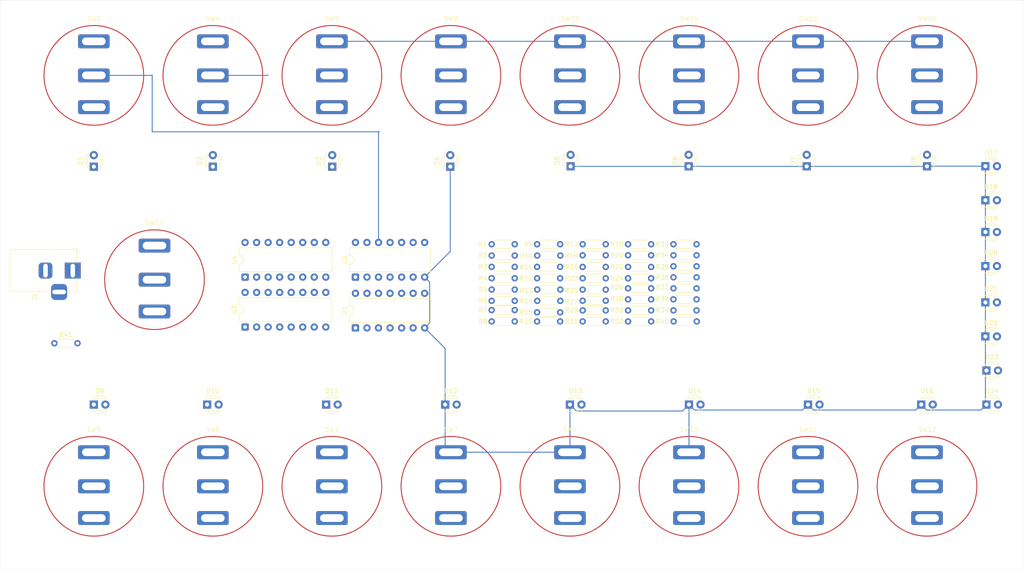
<source format=kicad_pcb>
(kicad_pcb (version 20241229) (generator "pcbnew") (generator_version "9.0")
  (layers (0 "F.Cu" signal) (2 "B.Cu" signal) (13 "F.Paste" user) (15 "B.Paste" user) (5 "F.SilkS" user "F.Silkscreen") (7 "B.SilkS" user "B.Silkscreen") (1 "F.Mask" user) (3 "B.Mask" user) (25 "Edge.Cuts" user))
  (net 0 "")
  (net 1 "GND")
  (net 2 "Net-(D1-A)")
  (net 3 "Net-(D2-A)")
  (net 4 "Net-(D3-A)")
  (net 5 "Net-(D4-A)")
  (net 6 "Net-(D5-A)")
  (net 7 "Net-(D6-A)")
  (net 8 "Net-(D7-A)")
  (net 9 "Net-(D8-A)")
  (net 10 "Net-(D9-A)")
  (net 11 "Net-(D10-A)")
  (net 12 "Net-(D11-A)")
  (net 13 "Net-(D12-A)")
  (net 14 "Net-(D13-A)")
  (net 15 "Net-(D14-A)")
  (net 16 "Net-(D15-A)")
  (net 17 "Net-(D16-A)")
  (net 18 "Net-(D17-A)")
  (net 19 "Net-(D18-A)")
  (net 20 "Net-(D19-A)")
  (net 21 "Net-(D20-A)")
  (net 22 "Net-(D21-A)")
  (net 23 "Net-(D22-A)")
  (net 24 "Net-(D23-A)")
  (net 25 "Net-(D24-A)")
  (net 26 "/VCC")
  (net 27 "/y1")
  (net 28 "/y2")
  (net 29 "/y3")
  (net 30 "/y4")
  (net 31 "/y5")
  (net 32 "/y6")
  (net 33 "/y7")
  (net 34 "/y8")
  (net 35 "/x1")
  (net 36 "/x2")
  (net 37 "/x3")
  (net 38 "/x4")
  (net 39 "/x5")
  (net 40 "/x6")
  (net 41 "/x7")
  (net 42 "/x8")
  (net 43 "/z1")
  (net 44 "/z2")
  (net 45 "/z3")
  (net 46 "/z4")
  (net 47 "/z5")
  (net 48 "/z6")
  (net 49 "/z7")
  (net 50 "/z8")
  (net 67 "/SUB")
  (net 68 "Net-(U3-B1)")
  (net 69 "Net-(U3-B4)")
  (net 70 "Net-(U3-B3)")
  (net 71 "Net-(U3-B2)")
  (net 72 "Net-(U4-B3)")
  (net 73 "Net-(U4-B2)")
  (net 74 "Net-(U4-B4)")
  (net 75 "Net-(U4-B1)")
  (net 76 "Net-(U3-C0)")
  (footprint "Connector_BarrelJack:BarrelJack_Horizontal" (layer "F.Cu") (at 40.5 100.075)
    (property "Reference" "J1")
    (property "Value" "Barrel_Jack")
  )
  (footprint "Resistor_THT:R_Axial_DIN0204_L3.6mm_D1.6mm_P5.08mm_Horizontal" (layer "F.Cu") (at 172.8 101.552142)
    (property "Reference" "R36")
    (property "Value" "1k" (hide yes))
  )
  (footprint "LED_THT:LED_D3.0mm" (layer "F.Cu") (at 71.357143 77.180714 90)
    (property "Reference" "D2")
    (property "Value" "LED")
  )
  (footprint "adder footprint:myswitch" (layer "F.Cu") (at 228.642857 57.075)
    (property "Reference" "SW16")
    (property "Value" "SW_SPDT")
  )
  (footprint "Resistor_THT:R_Axial_DIN0204_L3.6mm_D1.6mm_P5.08mm_Horizontal" (layer "F.Cu") (at 152.8 96.694999)
    (property "Reference" "R19")
    (property "Value" "R" (hide yes))
  )
  (footprint "LED_THT:LED_D3.0mm" (layer "F.Cu") (at 241.5 91.575)
    (property "Reference" "D19")
    (property "Value" "LED")
  )
  (footprint "LED_THT:LED_D3.0mm" (layer "F.Cu") (at 123.642857 77.180714 90)
    (property "Reference" "D4")
    (property "Value" "LED")
  )
  (footprint "Resistor_THT:R_Axial_DIN0204_L3.6mm_D1.6mm_P5.08mm_Horizontal" (layer "F.Cu") (at 152.8 101.766428)
    (property "Reference" "R23")
    (property "Value" "R" (hide yes))
  )
  (footprint "LED_THT:LED_D3.0mm" (layer "F.Cu") (at 241.5 99.075)
    (property "Reference" "D20")
    (property "Value" "LED")
  )
  (footprint "Resistor_THT:R_Axial_DIN0204_L3.6mm_D1.6mm_P5.08mm_Horizontal" (layer "F.Cu") (at 172.8 108.837857)
    (property "Reference" "R39")
    (property "Value" "1k" (hide yes))
  )
  (footprint "LED_THT:LED_D3.0mm" (layer "F.Cu") (at 228.642857 77.115 90)
    (property "Reference" "D8")
    (property "Value" "LED")
  )
  (footprint "Resistor_THT:R_Axial_DIN0204_L3.6mm_D1.6mm_P5.08mm_Horizontal" (layer "F.Cu") (at 142.76 101.748991)
    (property "Reference" "R12")
    (property "Value" "1k")
  )
  (footprint "LED_THT:LED_D3.0mm" (layer "F.Cu") (at 202.142857 77.115 90)
    (property "Reference" "D7")
    (property "Value" "LED")
  )
  (footprint "Package_DIP:DIP-14_W7.62mm" (layer "F.Cu") (at 102.76 101.5 90)
    (property "Reference" "U2")
    (property "Value" "~")
  )
  (footprint "Resistor_THT:R_Axial_DIN0204_L3.6mm_D1.6mm_P5.08mm_Horizontal" (layer "F.Cu") (at 132.76 111.260615)
    (property "Reference" "R8")
    (property "Value" "1k")
  )
  (footprint "Resistor_THT:R_Axial_DIN0204_L3.6mm_D1.6mm_P5.08mm_Horizontal" (layer "F.Cu") (at 162.8 96.694999)
    (property "Reference" "R20")
    (property "Value" "1k" (hide yes))
  )
  (footprint "Resistor_THT:R_Axial_DIN0204_L3.6mm_D1.6mm_P5.08mm_Horizontal" (layer "F.Cu") (at 172.8 96.694999)
    (property "Reference" "R34")
    (property "Value" "1k" (hide yes))
  )
  (footprint "Package_DIP:DIP-16_W7.62mm" (layer "F.Cu") (at 78.45 112.5 90)
    (property "Reference" "U3")
    (property "Value" "~")
  )
  (footprint "Resistor_THT:R_Axial_DIN0204_L3.6mm_D1.6mm_P5.08mm_Horizontal" (layer "F.Cu") (at 152.8 111.266428)
    (property "Reference" "R31")
    (property "Value" "R" (hide yes))
  )
  (footprint "Resistor_THT:R_Axial_DIN0204_L3.6mm_D1.6mm_P5.08mm_Horizontal" (layer "F.Cu") (at 142.8 104.243178)
    (property "Reference" "R13")
    (property "Value" "1k")
  )
  (footprint "Resistor_THT:R_Axial_DIN0204_L3.6mm_D1.6mm_P5.08mm_Horizontal" (layer "F.Cu") (at 142.76 99.254803)
    (property "Reference" "R11")
    (property "Value" "1k")
  )
  (footprint "Resistor_THT:R_Axial_DIN0204_L3.6mm_D1.6mm_P5.08mm_Horizontal" (layer "F.Cu") (at 132.76 101.748991)
    (property "Reference" "R4")
    (property "Value" "1k")
  )
  (footprint "adder footprint:myswitch" (layer "F.Cu") (at 71.357143 57.075)
    (property "Reference" "SW4")
    (property "Value" "SW_SPDT")
  )
  (footprint "Resistor_THT:R_Axial_DIN0204_L3.6mm_D1.6mm_P5.08mm_Horizontal" (layer "F.Cu") (at 132.76 96.760616)
    (property "Reference" "R2")
    (property "Value" "1k")
  )
  (footprint "Package_DIP:DIP-14_W7.62mm" (layer "F.Cu") (at 102.76 112.695 90)
    (property "Reference" "U1")
    (property "Value" "~")
  )
  (footprint "Resistor_THT:R_Axial_DIN0204_L3.6mm_D1.6mm_P5.08mm_Horizontal" (layer "F.Cu") (at 142.8 106.737366)
    (property "Reference" "R14")
    (property "Value" "1k")
  )
  (footprint "adder footprint:myswitch" (layer "F.Cu") (at 228.642857 147.575)
    (property "Reference" "SW12")
    (property "Value" "SW_SPDT")
  )
  (footprint "Resistor_THT:R_Axial_DIN0204_L3.6mm_D1.6mm_P5.08mm_Horizontal" (layer "F.Cu") (at 36.46 116.075)
    (property "Reference" "R41")
    (property "Value" "R")
  )
  (footprint "Resistor_THT:R_Axial_DIN0204_L3.6mm_D1.6mm_P5.08mm_Horizontal" (layer "F.Cu") (at 162.8 108.837857)
    (property "Reference" "R30")
    (property "Value" "1k" (hide yes))
  )
  (footprint "Resistor_THT:R_Axial_DIN0204_L3.6mm_D1.6mm_P5.08mm_Horizontal" (layer "F.Cu") (at 162.8 111.266428)
    (property "Reference" "R32")
    (property "Value" "1k" (hide yes))
  )
  (footprint "LED_THT:LED_D3.0mm" (layer "F.Cu") (at 241.5 84.575)
    (property "Reference" "D18")
    (property "Value" "LED")
  )
  (footprint "LED_THT:LED_D3.0mm" (layer "F.Cu") (at 241.5 107.075)
    (property "Reference" "D21")
    (property "Value" "LED")
  )
  (footprint "Resistor_THT:R_Axial_DIN0204_L3.6mm_D1.6mm_P5.08mm_Horizontal" (layer "F.Cu") (at 142.76 109.266428)
    (property "Reference" "R15")
    (property "Value" "1k")
  )
  (footprint "LED_THT:LED_D3.0mm" (layer "F.Cu") (at 241.5 77.075)
    (property "Reference" "D17")
    (property "Value" "LED")
  )
  (footprint "LED_THT:LED_D3.0mm" (layer "F.Cu") (at 150.142857 77.115 90)
    (property "Reference" "D5")
    (property "Value" "LED")
  )
  (footprint "Resistor_THT:R_Axial_DIN0204_L3.6mm_D1.6mm_P5.08mm_Horizontal" (layer "F.Cu") (at 172.84 111.266428)
    (property "Reference" "R40")
    (property "Value" "1k" (hide yes))
  )
  (footprint "LED_THT:LED_D3.0mm" (layer "F.Cu") (at 176.214286 129.575)
    (property "Reference" "D14")
    (property "Value" "LED")
  )
  (footprint "Resistor_THT:R_Axial_DIN0204_L3.6mm_D1.6mm_P5.08mm_Horizontal" (layer "F.Cu") (at 172.8 106.409285)
    (property "Reference" "R38")
    (property "Value" "1k" (hide yes))
  )
  (footprint "LED_THT:LED_D3.0mm" (layer "F.Cu") (at 45.142857 129.575)
    (property "Reference" "D9")
    (property "Value" "LED")
  )
  (footprint "Resistor_THT:R_Axial_DIN0204_L3.6mm_D1.6mm_P5.08mm_Horizontal" (layer "F.Cu") (at 142.76 94.266428)
    (property "Reference" "R9")
    (property "Value" "1k")
  )
  (footprint "LED_THT:LED_D3.0mm" (layer "F.Cu") (at 122.515714 129.575)
    (property "Reference" "D12")
    (property "Value" "LED")
  )
  (footprint "adder footprint:myswitch" (layer "F.Cu") (at 97.571428 57.075)
    (property "Reference" "SW3")
    (property "Value" "SW_SPDT")
  )
  (footprint "adder footprint:myswitch" (layer "F.Cu") (at 71.357143 147.575)
    (property "Reference" "SW6")
    (property "Value" "SW_SPDT")
  )
  (footprint "Resistor_THT:R_Axial_DIN0204_L3.6mm_D1.6mm_P5.08mm_Horizontal" (layer "F.Cu") (at 132.76 106.737366)
    (property "Reference" "R6")
    (property "Value" "1k")
  )
  (footprint "LED_THT:LED_D3.0mm" (layer "F.Cu") (at 150 129.575)
    (property "Reference" "D13")
    (property "Value" "LED")
  )
  (footprint "LED_THT:LED_D3.0mm" (layer "F.Cu") (at 227.372857 129.575)
    (property "Reference" "D16")
    (property "Value" "LED")
  )
  (footprint "LED_THT:LED_D3.0mm" (layer "F.Cu") (at 45.142857 77.180714 90)
    (property "Reference" "D1")
    (property "Value" "LED")
  )
  (footprint "adder footprint:myswitch" (layer "F.Cu") (at 123.785714 147.575)
    (property "Reference" "SW7")
    (property "Value" "SW_SPDT")
  )
  (footprint "adder footprint:myswitch" (layer "F.Cu") (at 176.214286 147.575)
    (property "Reference" "SW10")
    (property "Value" "SW_SPDT")
  )
  (footprint "Resistor_THT:R_Axial_DIN0204_L3.6mm_D1.6mm_P5.08mm_Horizontal" (layer "F.Cu") (at 132.76 99.254803)
    (property "Reference" "R3")
    (property "Value" "1k")
  )
  (footprint "adder footprint:myswitch" (layer "F.Cu") (at 45.142857 147.575)
    (property "Reference" "SW5")
    (property "Value" "SW_SPDT")
  )
  (footprint "LED_THT:LED_D3.0mm" (layer "F.Cu") (at 70.087143 129.575)
    (property "Reference" "D10")
    (property "Value" "LED")
  )
  (footprint "adder footprint:myswitch" (layer "F.Cu") (at 97.571428 147.575)
    (property "Reference" "SW1")
    (property "Value" "SW_SPDT")
  )
  (footprint "adder footprint:myswitch" (layer "F.Cu") (at 202.428571 147.575)
    (property "Reference" "SW11")
    (property "Value" "SW_SPDT")
  )
  (footprint "Resistor_THT:R_Axial_DIN0204_L3.6mm_D1.6mm_P5.08mm_Horizontal" (layer "F.Cu") (at 152.8 108.837857)
    (property "Reference" "R29")
    (property "Value" "R" (hide yes))
  )
  (footprint "Resistor_THT:R_Axial_DIN0204_L3.6mm_D1.6mm_P5.08mm_Horizontal" (layer "F.Cu") (at 152.8 104.266428)
    (property "Reference" "R25")
    (property "Value" "R" (hide yes))
  )
  (footprint "LED_THT:LED_D3.0mm" (layer "F.Cu") (at 241.73 129.575)
    (property "Reference" "D24")
    (property "Value" "LED")
  )
  (footprint "Resistor_THT:R_Axial_DIN0204_L3.6mm_D1.6mm_P5.08mm_Horizontal" (layer "F.Cu") (at 162.8 106.409285)
    (property "Reference" "R28")
    (property "Value" "1k" (hide yes))
  )
  (footprint "LED_THT:LED_D3.0mm" (layer "F.Cu") (at 202.428571 129.575)
    (property "Reference" "D15")
    (property "Value" "LED")
  )
  (footprint "adder footprint:myswitch" (layer "F.Cu") (at 150 147.575)
    (property "Reference" "SW9")
    (property "Value" "SW_SPDT")
  )
  (footprint "Resistor_THT:R_Axial_DIN0204_L3.6mm_D1.6mm_P5.08mm_Horizontal" (layer "F.Cu") (at 162.8 101.766428)
    (property "Reference" "R24")
    (property "Value" "1k" (hide yes))
  )
  (footprint "adder footprint:myswitch" (layer "F.Cu") (at 150 57.075)
    (property "Reference" "SW13")
    (property "Value" "SW_SPDT")
  )
  (footprint "LED_THT:LED_D3.0mm" (layer "F.Cu") (at 241.5 114.575)
    (property "Reference" "D22")
    (property "Value" "LED")
  )
  (footprint "LED_THT:LED_D3.0mm" (layer "F.Cu") (at 176.142857 77.115 90)
    (property "Reference" "D6")
    (property "Value" "LED")
  )
  (footprint "Package_DIP:DIP-16_W7.62mm" (layer "F.Cu") (at 78.45 101.5 90)
    (property "Reference" "U4")
    (property "Value" "~")
  )
  (footprint "Resistor_THT:R_Axial_DIN0204_L3.6mm_D1.6mm_P5.08mm_Horizontal" (layer "F.Cu") (at 142.8 96.760616)
    (property "Reference" "R10")
    (property "Value" "1k")
  )
  (footprint "Resistor_THT:R_Axial_DIN0204_L3.6mm_D1.6mm_P5.08mm_Horizontal" (layer "F.Cu") (at 162.8 99.266428)
    (property "Reference" "R22")
    (property "Value" "1k" (hide yes))
  )
  (footprint "Resistor_THT:R_Axial_DIN0204_L3.6mm_D1.6mm_P5.08mm_Horizontal" (layer "F.Cu") (at 152.8 94.266428)
    (property "Reference" "R17")
    (property "Value" "R" (hide yes))
  )
  (footprint "Resistor_THT:R_Axial_DIN0204_L3.6mm_D1.6mm_P5.08mm_Horizontal" (layer "F.Cu") (at 152.8 99.266428)
    (property "Reference" "R21")
    (property "Value" "R" (hide yes))
  )
  (footprint "Resistor_THT:R_Axial_DIN0204_L3.6mm_D1.6mm_P5.08mm_Horizontal" (layer "F.Cu") (at 152.8 106.695)
    (property "Reference" "R27")
    (property "Value" "R" (hide yes))
  )
  (footprint "LED_THT:LED_D3.0mm" (layer "F.Cu") (at 241.73 122.075)
    (property "Reference" "D23")
    (property "Value" "LED")
  )
  (footprint "Resistor_THT:R_Axial_DIN0204_L3.6mm_D1.6mm_P5.08mm_Horizontal" (layer "F.Cu") (at 142.76 111.266428)
    (property "Reference" "R16")
    (property "Value" "1k")
  )
  (footprint "Resistor_THT:R_Axial_DIN0204_L3.6mm_D1.6mm_P5.08mm_Horizontal" (layer "F.Cu") (at 132.76 104.243178)
    (property "Reference" "R5")
    (property "Value" "1k")
  )
  (footprint "Resistor_THT:R_Axial_DIN0204_L3.6mm_D1.6mm_P5.08mm_Horizontal" (layer "F.Cu") (at 162.8 94.266428)
    (property "Reference" "R18")
    (property "Value" "1k" (hide yes))
  )
  (footprint "Resistor_THT:R_Axial_DIN0204_L3.6mm_D1.6mm_P5.08mm_Horizontal" (layer "F.Cu") (at 132.76 108.766428)
    (property "Reference" "R7")
    (property "Value" "1k")
  )
  (footprint "Resistor_THT:R_Axial_DIN0204_L3.6mm_D1.6mm_P5.08mm_Horizontal" (layer "F.Cu") (at 132.76 94.266428)
    (property "Reference" "R1")
    (property "Value" "1k")
  )
  (footprint "LED_THT:LED_D3.0mm" (layer "F.Cu") (at 97.642857 77.180714 90)
    (property "Reference" "D3")
    (property "Value" "LED")
  )
  (footprint "adder footprint:myswitch" (layer "F.Cu") (at 45.142857 57.075)
    (property "Reference" "SW2")
    (property "Value" "SW_SPDT")
  )
  (footprint "Resistor_THT:R_Axial_DIN0204_L3.6mm_D1.6mm_P5.08mm_Horizontal" (layer "F.Cu") (at 162.8 103.980714)
    (property "Reference" "R26")
    (property "Value" "1k" (hide yes))
  )
  (footprint "adder footprint:myswitch" (layer "F.Cu") (at 176.214286 57.075)
    (property "Reference" "SW14")
    (property "Value" "SW_SPDT")
  )
  (footprint "adder footprint:myswitch" (layer "F.Cu") (at 123.785714 57.075)
    (property "Reference" "SW8")
    (property "Value" "SW_SPDT")
  )
  (footprint "Resistor_THT:R_Axial_DIN0204_L3.6mm_D1.6mm_P5.08mm_Horizontal" (layer "F.Cu") (at 172.8 94.266428)
    (property "Reference" "R33")
    (property "Value" "1k" (hide yes))
  )
  (footprint "adder footprint:myswitch" (layer "F.Cu") (at 58.5 102.075)
    (property "Reference" "SW17")
    (property "Value" "SW_Push")
  )
  (footprint "Resistor_THT:R_Axial_DIN0204_L3.6mm_D1.6mm_P5.08mm_Horizontal" (layer "F.Cu") (at 172.8 103.980714)
    (property "Reference" "R37")
    (property "Value" "1k" (hide yes))
  )
  (footprint "Resistor_THT:R_Axial_DIN0204_L3.6mm_D1.6mm_P5.08mm_Horizontal" (layer "F.Cu") (at 172.8 99.123571)
    (property "Reference" "R35")
    (property "Value" "1k" (hide yes))
  )
  (footprint "LED_THT:LED_D3.0mm" (layer "F.Cu") (at 96.301428 129.575)
    (property "Reference" "D11")
    (property "Value" "LED")
  )
  (footprint "adder footprint:myswitch" (layer "F.Cu") (at 202.428571 57.075)
    (property "Reference" "SW15")
    (property "Value" "SW_SPDT")
  )
  (gr_rect (start 24.5 40.5) (end 250 166) (stroke (width 0.05)) (fill no) (layer "Edge.Cuts"))
  (segment (start 228.573857 130.776) (end 227.372857 129.575) (width 0.2) (layer "B.Cu") (net 1))
  (segment (start 226.171857 130.776) (end 203.629571 130.776) (width 0.2) (layer "B.Cu") (net 1))
  (segment (start 177.415286 130.776) (end 176.214286 129.575) (width 0.2) (layer "B.Cu") (net 1))
  (segment (start 150 129.575) (end 151.425 131) (width 0.2) (layer "B.Cu") (net 1))
  (segment (start 123.642857 95.857143) (end 123.642857 77.180714) (width 0.2) (layer "B.Cu") (net 1))
  (segment (start 150 49.575) (end 123.785714 49.575) (width 0.2) (layer "B.Cu") (net 1))
  (segment (start 151.425 131) (end 174.789286 131) (width 0.2) (layer "B.Cu") (net 1))
  (segment (start 241.5 129.345) (end 241.73 129.575) (width 0.2) (layer "B.Cu") (net 1))
  (segment (start 119.101 111.594) (end 119.101 102.601) (width 0.2) (layer "B.Cu") (net 1))
  (segment (start 241.73 129.575) (end 240.529 130.776) (width 0.2) (layer "B.Cu") (net 1))
  (segment (start 176.214286 49.575) (end 150 49.575) (width 0.2) (layer "B.Cu") (net 1))
  (segment (start 228.642857 49.575) (end 202.428571 49.575) (width 0.2) (layer "B.Cu") (net 1))
  (segment (start 229.385 77.115) (end 229.425 77.075) (width 0.2) (layer "B.Cu") (net 1))
  (segment (start 228.642857 77.115) (end 229.385 77.115) (width 0.2) (layer "B.Cu") (net 1))
  (segment (start 150 129.575) (end 150 140.075) (width 0.2) (layer "B.Cu") (net 1))
  (segment (start 123.785714 49.575) (end 97.571428 49.575) (width 0.2) (layer "B.Cu") (net 1))
  (segment (start 202.142857 77.115) (end 228.642857 77.115) (width 0.2) (layer "B.Cu") (net 1))
  (segment (start 174.789286 131) (end 176.214286 129.575) (width 0.2) (layer "B.Cu") (net 1))
  (segment (start 150 140.075) (end 123.785714 140.075) (width 0.2) (layer "B.Cu") (net 1))
  (segment (start 202.428571 129.575) (end 201.227571 130.776) (width 0.2) (layer "B.Cu") (net 1))
  (segment (start 176.142857 77.115) (end 202.142857 77.115) (width 0.2) (layer "B.Cu") (net 1))
  (segment (start 202.428571 49.575) (end 176.214286 49.575) (width 0.2) (layer "B.Cu") (net 1))
  (segment (start 240.529 130.776) (end 228.573857 130.776) (width 0.2) (layer "B.Cu") (net 1))
  (segment (start 201.227571 130.776) (end 177.415286 130.776) (width 0.2) (layer "B.Cu") (net 1))
  (segment (start 227.372857 129.575) (end 226.171857 130.776) (width 0.2) (layer "B.Cu") (net 1))
  (segment (start 229.425 77.075) (end 241.5 77.075) (width 0.2) (layer "B.Cu") (net 1))
  (segment (start 119.101 102.601) (end 118 101.5) (width 0.2) (layer "B.Cu") (net 1))
  (segment (start 118 101.5) (end 123.642857 95.857143) (width 0.2) (layer "B.Cu") (net 1))
  (segment (start 176.214286 129.575) (end 176.214286 140.075) (width 0.2) (layer "B.Cu") (net 1))
  (segment (start 122.515714 129.575) (end 122.515714 138.805) (width 0.2) (layer "B.Cu") (net 1))
  (segment (start 122.515714 129.575) (end 122.515714 117.210714) (width 0.2) (layer "B.Cu") (net 1))
  (segment (start 118 112.695) (end 119.101 111.594) (width 0.2) (layer "B.Cu") (net 1))
  (segment (start 150.142857 77.115) (end 176.142857 77.115) (width 0.2) (layer "B.Cu") (net 1))
  (segment (start 122.515714 117.210714) (end 118 112.695) (width 0.2) (layer "B.Cu") (net 1))
  (segment (start 203.629571 130.776) (end 202.428571 129.575) (width 0.2) (layer "B.Cu") (net 1))
  (segment (start 122.515714 138.805) (end 123.785714 140.075) (width 0.2) (layer "B.Cu") (net 1))
  (segment (start 241.5 77.075) (end 241.5 129.345) (width 0.2) (layer "B.Cu") (net 1))
  (segment (start 123.642857 74.857143) (end 123.5 75) (width 0.2) (layer "B.Cu") (net 5))
  (segment (start 123.642857 74.640714) (end 123.642857 74.857143) (width 0.2) (layer "B.Cu") (net 5))
  (segment (start 57.925 57.075) (end 58 57) (width 0.2) (layer "B.Cu") (net 27))
  (segment (start 45.142857 57.075) (end 57.925 57.075) (width 0.2) (layer "B.Cu") (net 27))
  (segment (start 58 57) (end 58 69.5) (width 0.2) (layer "B.Cu") (net 27))
  (segment (start 107.84 69.66) (end 107.84 93.88) (width 0.2) (layer "B.Cu") (net 27))
  (segment (start 108 69.5) (end 107.84 69.66) (width 0.2) (layer "B.Cu") (net 27))
  (segment (start 58 69.5) (end 108 69.5) (width 0.2) (layer "B.Cu") (net 27))
  (segment (start 71.357143 57.075) (end 83.425 57.075) (width 0.2) (layer "B.Cu") (net 28))
  (segment (start 83.425 57.075) (end 83.5 57) (width 0.2) (layer "B.Cu") (net 28))
)
</source>
